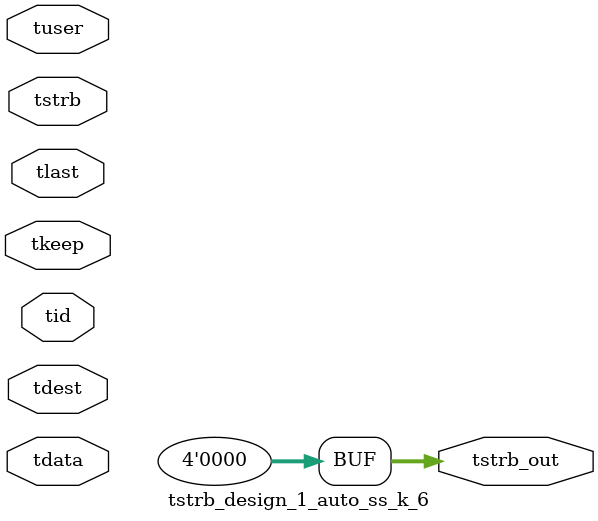
<source format=v>


`timescale 1ps/1ps

module tstrb_design_1_auto_ss_k_6 #
(
parameter C_S_AXIS_TDATA_WIDTH = 32,
parameter C_S_AXIS_TUSER_WIDTH = 0,
parameter C_S_AXIS_TID_WIDTH   = 0,
parameter C_S_AXIS_TDEST_WIDTH = 0,
parameter C_M_AXIS_TDATA_WIDTH = 32
)
(
input  [(C_S_AXIS_TDATA_WIDTH == 0 ? 1 : C_S_AXIS_TDATA_WIDTH)-1:0     ] tdata,
input  [(C_S_AXIS_TUSER_WIDTH == 0 ? 1 : C_S_AXIS_TUSER_WIDTH)-1:0     ] tuser,
input  [(C_S_AXIS_TID_WIDTH   == 0 ? 1 : C_S_AXIS_TID_WIDTH)-1:0       ] tid,
input  [(C_S_AXIS_TDEST_WIDTH == 0 ? 1 : C_S_AXIS_TDEST_WIDTH)-1:0     ] tdest,
input  [(C_S_AXIS_TDATA_WIDTH/8)-1:0 ] tkeep,
input  [(C_S_AXIS_TDATA_WIDTH/8)-1:0 ] tstrb,
input                                                                    tlast,
output [(C_M_AXIS_TDATA_WIDTH/8)-1:0 ] tstrb_out
);

assign tstrb_out = {1'b0};

endmodule


</source>
